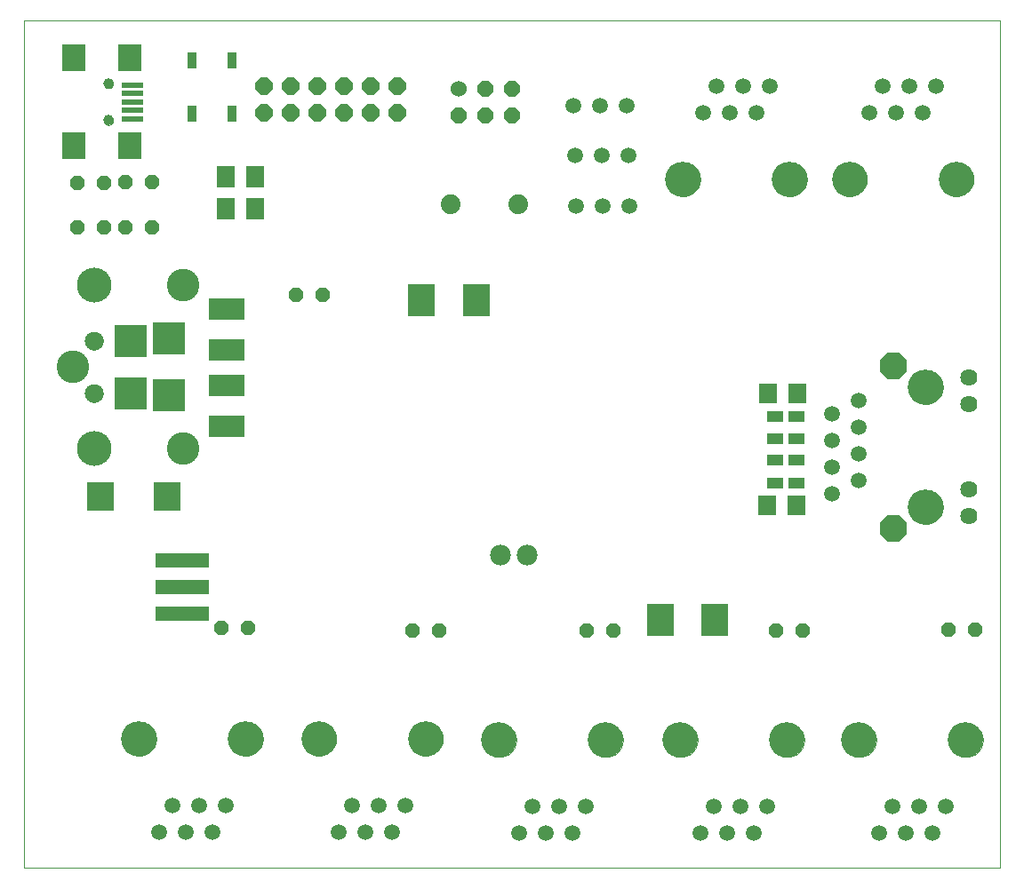
<source format=gbs>
G75*
G70*
%OFA0B0*%
%FSLAX24Y24*%
%IPPOS*%
%LPD*%
%AMOC8*
5,1,8,0,0,1.08239X$1,22.5*
%
%ADD10C,0.0000*%
%ADD11C,0.0594*%
%ADD12C,0.1320*%
%ADD13OC8,0.0560*%
%ADD14R,0.1044X0.1103*%
%ADD15R,0.2040X0.0540*%
%ADD16C,0.1221*%
%ADD17C,0.1306*%
%ADD18R,0.1221X0.1221*%
%ADD19C,0.0709*%
%ADD20R,0.1379X0.0788*%
%ADD21R,0.0670X0.0749*%
%ADD22R,0.0631X0.0434*%
%ADD23C,0.0780*%
%ADD24OC8,0.0640*%
%ADD25C,0.0600*%
%ADD26OC8,0.0600*%
%ADD27C,0.0591*%
%ADD28R,0.0340X0.0640*%
%ADD29R,0.1024X0.1221*%
%ADD30R,0.0906X0.1024*%
%ADD31R,0.0827X0.0237*%
%ADD32C,0.0394*%
%ADD33R,0.0670X0.0827*%
%ADD34OC8,0.1003*%
%ADD35C,0.0640*%
%ADD36C,0.1320*%
%ADD37C,0.0740*%
D10*
X000100Y000100D02*
X000100Y031896D01*
X036670Y031896D01*
X036670Y000100D01*
X000100Y000100D01*
X003760Y004950D02*
X003762Y005000D01*
X003768Y005050D01*
X003778Y005099D01*
X003791Y005148D01*
X003809Y005195D01*
X003830Y005241D01*
X003854Y005284D01*
X003882Y005326D01*
X003913Y005366D01*
X003947Y005403D01*
X003984Y005437D01*
X004024Y005468D01*
X004066Y005496D01*
X004109Y005520D01*
X004155Y005541D01*
X004202Y005559D01*
X004251Y005572D01*
X004300Y005582D01*
X004350Y005588D01*
X004400Y005590D01*
X004450Y005588D01*
X004500Y005582D01*
X004549Y005572D01*
X004598Y005559D01*
X004645Y005541D01*
X004691Y005520D01*
X004734Y005496D01*
X004776Y005468D01*
X004816Y005437D01*
X004853Y005403D01*
X004887Y005366D01*
X004918Y005326D01*
X004946Y005284D01*
X004970Y005241D01*
X004991Y005195D01*
X005009Y005148D01*
X005022Y005099D01*
X005032Y005050D01*
X005038Y005000D01*
X005040Y004950D01*
X005038Y004900D01*
X005032Y004850D01*
X005022Y004801D01*
X005009Y004752D01*
X004991Y004705D01*
X004970Y004659D01*
X004946Y004616D01*
X004918Y004574D01*
X004887Y004534D01*
X004853Y004497D01*
X004816Y004463D01*
X004776Y004432D01*
X004734Y004404D01*
X004691Y004380D01*
X004645Y004359D01*
X004598Y004341D01*
X004549Y004328D01*
X004500Y004318D01*
X004450Y004312D01*
X004400Y004310D01*
X004350Y004312D01*
X004300Y004318D01*
X004251Y004328D01*
X004202Y004341D01*
X004155Y004359D01*
X004109Y004380D01*
X004066Y004404D01*
X004024Y004432D01*
X003984Y004463D01*
X003947Y004497D01*
X003913Y004534D01*
X003882Y004574D01*
X003854Y004616D01*
X003830Y004659D01*
X003809Y004705D01*
X003791Y004752D01*
X003778Y004801D01*
X003768Y004850D01*
X003762Y004900D01*
X003760Y004950D01*
X007760Y004950D02*
X007762Y005000D01*
X007768Y005050D01*
X007778Y005099D01*
X007791Y005148D01*
X007809Y005195D01*
X007830Y005241D01*
X007854Y005284D01*
X007882Y005326D01*
X007913Y005366D01*
X007947Y005403D01*
X007984Y005437D01*
X008024Y005468D01*
X008066Y005496D01*
X008109Y005520D01*
X008155Y005541D01*
X008202Y005559D01*
X008251Y005572D01*
X008300Y005582D01*
X008350Y005588D01*
X008400Y005590D01*
X008450Y005588D01*
X008500Y005582D01*
X008549Y005572D01*
X008598Y005559D01*
X008645Y005541D01*
X008691Y005520D01*
X008734Y005496D01*
X008776Y005468D01*
X008816Y005437D01*
X008853Y005403D01*
X008887Y005366D01*
X008918Y005326D01*
X008946Y005284D01*
X008970Y005241D01*
X008991Y005195D01*
X009009Y005148D01*
X009022Y005099D01*
X009032Y005050D01*
X009038Y005000D01*
X009040Y004950D01*
X009038Y004900D01*
X009032Y004850D01*
X009022Y004801D01*
X009009Y004752D01*
X008991Y004705D01*
X008970Y004659D01*
X008946Y004616D01*
X008918Y004574D01*
X008887Y004534D01*
X008853Y004497D01*
X008816Y004463D01*
X008776Y004432D01*
X008734Y004404D01*
X008691Y004380D01*
X008645Y004359D01*
X008598Y004341D01*
X008549Y004328D01*
X008500Y004318D01*
X008450Y004312D01*
X008400Y004310D01*
X008350Y004312D01*
X008300Y004318D01*
X008251Y004328D01*
X008202Y004341D01*
X008155Y004359D01*
X008109Y004380D01*
X008066Y004404D01*
X008024Y004432D01*
X007984Y004463D01*
X007947Y004497D01*
X007913Y004534D01*
X007882Y004574D01*
X007854Y004616D01*
X007830Y004659D01*
X007809Y004705D01*
X007791Y004752D01*
X007778Y004801D01*
X007768Y004850D01*
X007762Y004900D01*
X007760Y004950D01*
X010510Y004950D02*
X010512Y005000D01*
X010518Y005050D01*
X010528Y005099D01*
X010541Y005148D01*
X010559Y005195D01*
X010580Y005241D01*
X010604Y005284D01*
X010632Y005326D01*
X010663Y005366D01*
X010697Y005403D01*
X010734Y005437D01*
X010774Y005468D01*
X010816Y005496D01*
X010859Y005520D01*
X010905Y005541D01*
X010952Y005559D01*
X011001Y005572D01*
X011050Y005582D01*
X011100Y005588D01*
X011150Y005590D01*
X011200Y005588D01*
X011250Y005582D01*
X011299Y005572D01*
X011348Y005559D01*
X011395Y005541D01*
X011441Y005520D01*
X011484Y005496D01*
X011526Y005468D01*
X011566Y005437D01*
X011603Y005403D01*
X011637Y005366D01*
X011668Y005326D01*
X011696Y005284D01*
X011720Y005241D01*
X011741Y005195D01*
X011759Y005148D01*
X011772Y005099D01*
X011782Y005050D01*
X011788Y005000D01*
X011790Y004950D01*
X011788Y004900D01*
X011782Y004850D01*
X011772Y004801D01*
X011759Y004752D01*
X011741Y004705D01*
X011720Y004659D01*
X011696Y004616D01*
X011668Y004574D01*
X011637Y004534D01*
X011603Y004497D01*
X011566Y004463D01*
X011526Y004432D01*
X011484Y004404D01*
X011441Y004380D01*
X011395Y004359D01*
X011348Y004341D01*
X011299Y004328D01*
X011250Y004318D01*
X011200Y004312D01*
X011150Y004310D01*
X011100Y004312D01*
X011050Y004318D01*
X011001Y004328D01*
X010952Y004341D01*
X010905Y004359D01*
X010859Y004380D01*
X010816Y004404D01*
X010774Y004432D01*
X010734Y004463D01*
X010697Y004497D01*
X010663Y004534D01*
X010632Y004574D01*
X010604Y004616D01*
X010580Y004659D01*
X010559Y004705D01*
X010541Y004752D01*
X010528Y004801D01*
X010518Y004850D01*
X010512Y004900D01*
X010510Y004950D01*
X014510Y004950D02*
X014512Y005000D01*
X014518Y005050D01*
X014528Y005099D01*
X014541Y005148D01*
X014559Y005195D01*
X014580Y005241D01*
X014604Y005284D01*
X014632Y005326D01*
X014663Y005366D01*
X014697Y005403D01*
X014734Y005437D01*
X014774Y005468D01*
X014816Y005496D01*
X014859Y005520D01*
X014905Y005541D01*
X014952Y005559D01*
X015001Y005572D01*
X015050Y005582D01*
X015100Y005588D01*
X015150Y005590D01*
X015200Y005588D01*
X015250Y005582D01*
X015299Y005572D01*
X015348Y005559D01*
X015395Y005541D01*
X015441Y005520D01*
X015484Y005496D01*
X015526Y005468D01*
X015566Y005437D01*
X015603Y005403D01*
X015637Y005366D01*
X015668Y005326D01*
X015696Y005284D01*
X015720Y005241D01*
X015741Y005195D01*
X015759Y005148D01*
X015772Y005099D01*
X015782Y005050D01*
X015788Y005000D01*
X015790Y004950D01*
X015788Y004900D01*
X015782Y004850D01*
X015772Y004801D01*
X015759Y004752D01*
X015741Y004705D01*
X015720Y004659D01*
X015696Y004616D01*
X015668Y004574D01*
X015637Y004534D01*
X015603Y004497D01*
X015566Y004463D01*
X015526Y004432D01*
X015484Y004404D01*
X015441Y004380D01*
X015395Y004359D01*
X015348Y004341D01*
X015299Y004328D01*
X015250Y004318D01*
X015200Y004312D01*
X015150Y004310D01*
X015100Y004312D01*
X015050Y004318D01*
X015001Y004328D01*
X014952Y004341D01*
X014905Y004359D01*
X014859Y004380D01*
X014816Y004404D01*
X014774Y004432D01*
X014734Y004463D01*
X014697Y004497D01*
X014663Y004534D01*
X014632Y004574D01*
X014604Y004616D01*
X014580Y004659D01*
X014559Y004705D01*
X014541Y004752D01*
X014528Y004801D01*
X014518Y004850D01*
X014512Y004900D01*
X014510Y004950D01*
X017260Y004900D02*
X017262Y004950D01*
X017268Y005000D01*
X017278Y005049D01*
X017291Y005098D01*
X017309Y005145D01*
X017330Y005191D01*
X017354Y005234D01*
X017382Y005276D01*
X017413Y005316D01*
X017447Y005353D01*
X017484Y005387D01*
X017524Y005418D01*
X017566Y005446D01*
X017609Y005470D01*
X017655Y005491D01*
X017702Y005509D01*
X017751Y005522D01*
X017800Y005532D01*
X017850Y005538D01*
X017900Y005540D01*
X017950Y005538D01*
X018000Y005532D01*
X018049Y005522D01*
X018098Y005509D01*
X018145Y005491D01*
X018191Y005470D01*
X018234Y005446D01*
X018276Y005418D01*
X018316Y005387D01*
X018353Y005353D01*
X018387Y005316D01*
X018418Y005276D01*
X018446Y005234D01*
X018470Y005191D01*
X018491Y005145D01*
X018509Y005098D01*
X018522Y005049D01*
X018532Y005000D01*
X018538Y004950D01*
X018540Y004900D01*
X018538Y004850D01*
X018532Y004800D01*
X018522Y004751D01*
X018509Y004702D01*
X018491Y004655D01*
X018470Y004609D01*
X018446Y004566D01*
X018418Y004524D01*
X018387Y004484D01*
X018353Y004447D01*
X018316Y004413D01*
X018276Y004382D01*
X018234Y004354D01*
X018191Y004330D01*
X018145Y004309D01*
X018098Y004291D01*
X018049Y004278D01*
X018000Y004268D01*
X017950Y004262D01*
X017900Y004260D01*
X017850Y004262D01*
X017800Y004268D01*
X017751Y004278D01*
X017702Y004291D01*
X017655Y004309D01*
X017609Y004330D01*
X017566Y004354D01*
X017524Y004382D01*
X017484Y004413D01*
X017447Y004447D01*
X017413Y004484D01*
X017382Y004524D01*
X017354Y004566D01*
X017330Y004609D01*
X017309Y004655D01*
X017291Y004702D01*
X017278Y004751D01*
X017268Y004800D01*
X017262Y004850D01*
X017260Y004900D01*
X021260Y004900D02*
X021262Y004950D01*
X021268Y005000D01*
X021278Y005049D01*
X021291Y005098D01*
X021309Y005145D01*
X021330Y005191D01*
X021354Y005234D01*
X021382Y005276D01*
X021413Y005316D01*
X021447Y005353D01*
X021484Y005387D01*
X021524Y005418D01*
X021566Y005446D01*
X021609Y005470D01*
X021655Y005491D01*
X021702Y005509D01*
X021751Y005522D01*
X021800Y005532D01*
X021850Y005538D01*
X021900Y005540D01*
X021950Y005538D01*
X022000Y005532D01*
X022049Y005522D01*
X022098Y005509D01*
X022145Y005491D01*
X022191Y005470D01*
X022234Y005446D01*
X022276Y005418D01*
X022316Y005387D01*
X022353Y005353D01*
X022387Y005316D01*
X022418Y005276D01*
X022446Y005234D01*
X022470Y005191D01*
X022491Y005145D01*
X022509Y005098D01*
X022522Y005049D01*
X022532Y005000D01*
X022538Y004950D01*
X022540Y004900D01*
X022538Y004850D01*
X022532Y004800D01*
X022522Y004751D01*
X022509Y004702D01*
X022491Y004655D01*
X022470Y004609D01*
X022446Y004566D01*
X022418Y004524D01*
X022387Y004484D01*
X022353Y004447D01*
X022316Y004413D01*
X022276Y004382D01*
X022234Y004354D01*
X022191Y004330D01*
X022145Y004309D01*
X022098Y004291D01*
X022049Y004278D01*
X022000Y004268D01*
X021950Y004262D01*
X021900Y004260D01*
X021850Y004262D01*
X021800Y004268D01*
X021751Y004278D01*
X021702Y004291D01*
X021655Y004309D01*
X021609Y004330D01*
X021566Y004354D01*
X021524Y004382D01*
X021484Y004413D01*
X021447Y004447D01*
X021413Y004484D01*
X021382Y004524D01*
X021354Y004566D01*
X021330Y004609D01*
X021309Y004655D01*
X021291Y004702D01*
X021278Y004751D01*
X021268Y004800D01*
X021262Y004850D01*
X021260Y004900D01*
X024060Y004900D02*
X024062Y004950D01*
X024068Y005000D01*
X024078Y005049D01*
X024091Y005098D01*
X024109Y005145D01*
X024130Y005191D01*
X024154Y005234D01*
X024182Y005276D01*
X024213Y005316D01*
X024247Y005353D01*
X024284Y005387D01*
X024324Y005418D01*
X024366Y005446D01*
X024409Y005470D01*
X024455Y005491D01*
X024502Y005509D01*
X024551Y005522D01*
X024600Y005532D01*
X024650Y005538D01*
X024700Y005540D01*
X024750Y005538D01*
X024800Y005532D01*
X024849Y005522D01*
X024898Y005509D01*
X024945Y005491D01*
X024991Y005470D01*
X025034Y005446D01*
X025076Y005418D01*
X025116Y005387D01*
X025153Y005353D01*
X025187Y005316D01*
X025218Y005276D01*
X025246Y005234D01*
X025270Y005191D01*
X025291Y005145D01*
X025309Y005098D01*
X025322Y005049D01*
X025332Y005000D01*
X025338Y004950D01*
X025340Y004900D01*
X025338Y004850D01*
X025332Y004800D01*
X025322Y004751D01*
X025309Y004702D01*
X025291Y004655D01*
X025270Y004609D01*
X025246Y004566D01*
X025218Y004524D01*
X025187Y004484D01*
X025153Y004447D01*
X025116Y004413D01*
X025076Y004382D01*
X025034Y004354D01*
X024991Y004330D01*
X024945Y004309D01*
X024898Y004291D01*
X024849Y004278D01*
X024800Y004268D01*
X024750Y004262D01*
X024700Y004260D01*
X024650Y004262D01*
X024600Y004268D01*
X024551Y004278D01*
X024502Y004291D01*
X024455Y004309D01*
X024409Y004330D01*
X024366Y004354D01*
X024324Y004382D01*
X024284Y004413D01*
X024247Y004447D01*
X024213Y004484D01*
X024182Y004524D01*
X024154Y004566D01*
X024130Y004609D01*
X024109Y004655D01*
X024091Y004702D01*
X024078Y004751D01*
X024068Y004800D01*
X024062Y004850D01*
X024060Y004900D01*
X028060Y004900D02*
X028062Y004950D01*
X028068Y005000D01*
X028078Y005049D01*
X028091Y005098D01*
X028109Y005145D01*
X028130Y005191D01*
X028154Y005234D01*
X028182Y005276D01*
X028213Y005316D01*
X028247Y005353D01*
X028284Y005387D01*
X028324Y005418D01*
X028366Y005446D01*
X028409Y005470D01*
X028455Y005491D01*
X028502Y005509D01*
X028551Y005522D01*
X028600Y005532D01*
X028650Y005538D01*
X028700Y005540D01*
X028750Y005538D01*
X028800Y005532D01*
X028849Y005522D01*
X028898Y005509D01*
X028945Y005491D01*
X028991Y005470D01*
X029034Y005446D01*
X029076Y005418D01*
X029116Y005387D01*
X029153Y005353D01*
X029187Y005316D01*
X029218Y005276D01*
X029246Y005234D01*
X029270Y005191D01*
X029291Y005145D01*
X029309Y005098D01*
X029322Y005049D01*
X029332Y005000D01*
X029338Y004950D01*
X029340Y004900D01*
X029338Y004850D01*
X029332Y004800D01*
X029322Y004751D01*
X029309Y004702D01*
X029291Y004655D01*
X029270Y004609D01*
X029246Y004566D01*
X029218Y004524D01*
X029187Y004484D01*
X029153Y004447D01*
X029116Y004413D01*
X029076Y004382D01*
X029034Y004354D01*
X028991Y004330D01*
X028945Y004309D01*
X028898Y004291D01*
X028849Y004278D01*
X028800Y004268D01*
X028750Y004262D01*
X028700Y004260D01*
X028650Y004262D01*
X028600Y004268D01*
X028551Y004278D01*
X028502Y004291D01*
X028455Y004309D01*
X028409Y004330D01*
X028366Y004354D01*
X028324Y004382D01*
X028284Y004413D01*
X028247Y004447D01*
X028213Y004484D01*
X028182Y004524D01*
X028154Y004566D01*
X028130Y004609D01*
X028109Y004655D01*
X028091Y004702D01*
X028078Y004751D01*
X028068Y004800D01*
X028062Y004850D01*
X028060Y004900D01*
X030760Y004900D02*
X030762Y004950D01*
X030768Y005000D01*
X030778Y005049D01*
X030791Y005098D01*
X030809Y005145D01*
X030830Y005191D01*
X030854Y005234D01*
X030882Y005276D01*
X030913Y005316D01*
X030947Y005353D01*
X030984Y005387D01*
X031024Y005418D01*
X031066Y005446D01*
X031109Y005470D01*
X031155Y005491D01*
X031202Y005509D01*
X031251Y005522D01*
X031300Y005532D01*
X031350Y005538D01*
X031400Y005540D01*
X031450Y005538D01*
X031500Y005532D01*
X031549Y005522D01*
X031598Y005509D01*
X031645Y005491D01*
X031691Y005470D01*
X031734Y005446D01*
X031776Y005418D01*
X031816Y005387D01*
X031853Y005353D01*
X031887Y005316D01*
X031918Y005276D01*
X031946Y005234D01*
X031970Y005191D01*
X031991Y005145D01*
X032009Y005098D01*
X032022Y005049D01*
X032032Y005000D01*
X032038Y004950D01*
X032040Y004900D01*
X032038Y004850D01*
X032032Y004800D01*
X032022Y004751D01*
X032009Y004702D01*
X031991Y004655D01*
X031970Y004609D01*
X031946Y004566D01*
X031918Y004524D01*
X031887Y004484D01*
X031853Y004447D01*
X031816Y004413D01*
X031776Y004382D01*
X031734Y004354D01*
X031691Y004330D01*
X031645Y004309D01*
X031598Y004291D01*
X031549Y004278D01*
X031500Y004268D01*
X031450Y004262D01*
X031400Y004260D01*
X031350Y004262D01*
X031300Y004268D01*
X031251Y004278D01*
X031202Y004291D01*
X031155Y004309D01*
X031109Y004330D01*
X031066Y004354D01*
X031024Y004382D01*
X030984Y004413D01*
X030947Y004447D01*
X030913Y004484D01*
X030882Y004524D01*
X030854Y004566D01*
X030830Y004609D01*
X030809Y004655D01*
X030791Y004702D01*
X030778Y004751D01*
X030768Y004800D01*
X030762Y004850D01*
X030760Y004900D01*
X034760Y004900D02*
X034762Y004950D01*
X034768Y005000D01*
X034778Y005049D01*
X034791Y005098D01*
X034809Y005145D01*
X034830Y005191D01*
X034854Y005234D01*
X034882Y005276D01*
X034913Y005316D01*
X034947Y005353D01*
X034984Y005387D01*
X035024Y005418D01*
X035066Y005446D01*
X035109Y005470D01*
X035155Y005491D01*
X035202Y005509D01*
X035251Y005522D01*
X035300Y005532D01*
X035350Y005538D01*
X035400Y005540D01*
X035450Y005538D01*
X035500Y005532D01*
X035549Y005522D01*
X035598Y005509D01*
X035645Y005491D01*
X035691Y005470D01*
X035734Y005446D01*
X035776Y005418D01*
X035816Y005387D01*
X035853Y005353D01*
X035887Y005316D01*
X035918Y005276D01*
X035946Y005234D01*
X035970Y005191D01*
X035991Y005145D01*
X036009Y005098D01*
X036022Y005049D01*
X036032Y005000D01*
X036038Y004950D01*
X036040Y004900D01*
X036038Y004850D01*
X036032Y004800D01*
X036022Y004751D01*
X036009Y004702D01*
X035991Y004655D01*
X035970Y004609D01*
X035946Y004566D01*
X035918Y004524D01*
X035887Y004484D01*
X035853Y004447D01*
X035816Y004413D01*
X035776Y004382D01*
X035734Y004354D01*
X035691Y004330D01*
X035645Y004309D01*
X035598Y004291D01*
X035549Y004278D01*
X035500Y004268D01*
X035450Y004262D01*
X035400Y004260D01*
X035350Y004262D01*
X035300Y004268D01*
X035251Y004278D01*
X035202Y004291D01*
X035155Y004309D01*
X035109Y004330D01*
X035066Y004354D01*
X035024Y004382D01*
X034984Y004413D01*
X034947Y004447D01*
X034913Y004484D01*
X034882Y004524D01*
X034854Y004566D01*
X034830Y004609D01*
X034809Y004655D01*
X034791Y004702D01*
X034778Y004751D01*
X034768Y004800D01*
X034762Y004850D01*
X034760Y004900D01*
X033260Y013650D02*
X033262Y013700D01*
X033268Y013750D01*
X033278Y013799D01*
X033291Y013848D01*
X033309Y013895D01*
X033330Y013941D01*
X033354Y013984D01*
X033382Y014026D01*
X033413Y014066D01*
X033447Y014103D01*
X033484Y014137D01*
X033524Y014168D01*
X033566Y014196D01*
X033609Y014220D01*
X033655Y014241D01*
X033702Y014259D01*
X033751Y014272D01*
X033800Y014282D01*
X033850Y014288D01*
X033900Y014290D01*
X033950Y014288D01*
X034000Y014282D01*
X034049Y014272D01*
X034098Y014259D01*
X034145Y014241D01*
X034191Y014220D01*
X034234Y014196D01*
X034276Y014168D01*
X034316Y014137D01*
X034353Y014103D01*
X034387Y014066D01*
X034418Y014026D01*
X034446Y013984D01*
X034470Y013941D01*
X034491Y013895D01*
X034509Y013848D01*
X034522Y013799D01*
X034532Y013750D01*
X034538Y013700D01*
X034540Y013650D01*
X034538Y013600D01*
X034532Y013550D01*
X034522Y013501D01*
X034509Y013452D01*
X034491Y013405D01*
X034470Y013359D01*
X034446Y013316D01*
X034418Y013274D01*
X034387Y013234D01*
X034353Y013197D01*
X034316Y013163D01*
X034276Y013132D01*
X034234Y013104D01*
X034191Y013080D01*
X034145Y013059D01*
X034098Y013041D01*
X034049Y013028D01*
X034000Y013018D01*
X033950Y013012D01*
X033900Y013010D01*
X033850Y013012D01*
X033800Y013018D01*
X033751Y013028D01*
X033702Y013041D01*
X033655Y013059D01*
X033609Y013080D01*
X033566Y013104D01*
X033524Y013132D01*
X033484Y013163D01*
X033447Y013197D01*
X033413Y013234D01*
X033382Y013274D01*
X033354Y013316D01*
X033330Y013359D01*
X033309Y013405D01*
X033291Y013452D01*
X033278Y013501D01*
X033268Y013550D01*
X033262Y013600D01*
X033260Y013650D01*
X033260Y018150D02*
X033262Y018200D01*
X033268Y018250D01*
X033278Y018299D01*
X033291Y018348D01*
X033309Y018395D01*
X033330Y018441D01*
X033354Y018484D01*
X033382Y018526D01*
X033413Y018566D01*
X033447Y018603D01*
X033484Y018637D01*
X033524Y018668D01*
X033566Y018696D01*
X033609Y018720D01*
X033655Y018741D01*
X033702Y018759D01*
X033751Y018772D01*
X033800Y018782D01*
X033850Y018788D01*
X033900Y018790D01*
X033950Y018788D01*
X034000Y018782D01*
X034049Y018772D01*
X034098Y018759D01*
X034145Y018741D01*
X034191Y018720D01*
X034234Y018696D01*
X034276Y018668D01*
X034316Y018637D01*
X034353Y018603D01*
X034387Y018566D01*
X034418Y018526D01*
X034446Y018484D01*
X034470Y018441D01*
X034491Y018395D01*
X034509Y018348D01*
X034522Y018299D01*
X034532Y018250D01*
X034538Y018200D01*
X034540Y018150D01*
X034538Y018100D01*
X034532Y018050D01*
X034522Y018001D01*
X034509Y017952D01*
X034491Y017905D01*
X034470Y017859D01*
X034446Y017816D01*
X034418Y017774D01*
X034387Y017734D01*
X034353Y017697D01*
X034316Y017663D01*
X034276Y017632D01*
X034234Y017604D01*
X034191Y017580D01*
X034145Y017559D01*
X034098Y017541D01*
X034049Y017528D01*
X034000Y017518D01*
X033950Y017512D01*
X033900Y017510D01*
X033850Y017512D01*
X033800Y017518D01*
X033751Y017528D01*
X033702Y017541D01*
X033655Y017559D01*
X033609Y017580D01*
X033566Y017604D01*
X033524Y017632D01*
X033484Y017663D01*
X033447Y017697D01*
X033413Y017734D01*
X033382Y017774D01*
X033354Y017816D01*
X033330Y017859D01*
X033309Y017905D01*
X033291Y017952D01*
X033278Y018001D01*
X033268Y018050D01*
X033262Y018100D01*
X033260Y018150D01*
X034410Y025950D02*
X034412Y026000D01*
X034418Y026050D01*
X034428Y026099D01*
X034441Y026148D01*
X034459Y026195D01*
X034480Y026241D01*
X034504Y026284D01*
X034532Y026326D01*
X034563Y026366D01*
X034597Y026403D01*
X034634Y026437D01*
X034674Y026468D01*
X034716Y026496D01*
X034759Y026520D01*
X034805Y026541D01*
X034852Y026559D01*
X034901Y026572D01*
X034950Y026582D01*
X035000Y026588D01*
X035050Y026590D01*
X035100Y026588D01*
X035150Y026582D01*
X035199Y026572D01*
X035248Y026559D01*
X035295Y026541D01*
X035341Y026520D01*
X035384Y026496D01*
X035426Y026468D01*
X035466Y026437D01*
X035503Y026403D01*
X035537Y026366D01*
X035568Y026326D01*
X035596Y026284D01*
X035620Y026241D01*
X035641Y026195D01*
X035659Y026148D01*
X035672Y026099D01*
X035682Y026050D01*
X035688Y026000D01*
X035690Y025950D01*
X035688Y025900D01*
X035682Y025850D01*
X035672Y025801D01*
X035659Y025752D01*
X035641Y025705D01*
X035620Y025659D01*
X035596Y025616D01*
X035568Y025574D01*
X035537Y025534D01*
X035503Y025497D01*
X035466Y025463D01*
X035426Y025432D01*
X035384Y025404D01*
X035341Y025380D01*
X035295Y025359D01*
X035248Y025341D01*
X035199Y025328D01*
X035150Y025318D01*
X035100Y025312D01*
X035050Y025310D01*
X035000Y025312D01*
X034950Y025318D01*
X034901Y025328D01*
X034852Y025341D01*
X034805Y025359D01*
X034759Y025380D01*
X034716Y025404D01*
X034674Y025432D01*
X034634Y025463D01*
X034597Y025497D01*
X034563Y025534D01*
X034532Y025574D01*
X034504Y025616D01*
X034480Y025659D01*
X034459Y025705D01*
X034441Y025752D01*
X034428Y025801D01*
X034418Y025850D01*
X034412Y025900D01*
X034410Y025950D01*
X030410Y025950D02*
X030412Y026000D01*
X030418Y026050D01*
X030428Y026099D01*
X030441Y026148D01*
X030459Y026195D01*
X030480Y026241D01*
X030504Y026284D01*
X030532Y026326D01*
X030563Y026366D01*
X030597Y026403D01*
X030634Y026437D01*
X030674Y026468D01*
X030716Y026496D01*
X030759Y026520D01*
X030805Y026541D01*
X030852Y026559D01*
X030901Y026572D01*
X030950Y026582D01*
X031000Y026588D01*
X031050Y026590D01*
X031100Y026588D01*
X031150Y026582D01*
X031199Y026572D01*
X031248Y026559D01*
X031295Y026541D01*
X031341Y026520D01*
X031384Y026496D01*
X031426Y026468D01*
X031466Y026437D01*
X031503Y026403D01*
X031537Y026366D01*
X031568Y026326D01*
X031596Y026284D01*
X031620Y026241D01*
X031641Y026195D01*
X031659Y026148D01*
X031672Y026099D01*
X031682Y026050D01*
X031688Y026000D01*
X031690Y025950D01*
X031688Y025900D01*
X031682Y025850D01*
X031672Y025801D01*
X031659Y025752D01*
X031641Y025705D01*
X031620Y025659D01*
X031596Y025616D01*
X031568Y025574D01*
X031537Y025534D01*
X031503Y025497D01*
X031466Y025463D01*
X031426Y025432D01*
X031384Y025404D01*
X031341Y025380D01*
X031295Y025359D01*
X031248Y025341D01*
X031199Y025328D01*
X031150Y025318D01*
X031100Y025312D01*
X031050Y025310D01*
X031000Y025312D01*
X030950Y025318D01*
X030901Y025328D01*
X030852Y025341D01*
X030805Y025359D01*
X030759Y025380D01*
X030716Y025404D01*
X030674Y025432D01*
X030634Y025463D01*
X030597Y025497D01*
X030563Y025534D01*
X030532Y025574D01*
X030504Y025616D01*
X030480Y025659D01*
X030459Y025705D01*
X030441Y025752D01*
X030428Y025801D01*
X030418Y025850D01*
X030412Y025900D01*
X030410Y025950D01*
X028160Y025950D02*
X028162Y026000D01*
X028168Y026050D01*
X028178Y026099D01*
X028191Y026148D01*
X028209Y026195D01*
X028230Y026241D01*
X028254Y026284D01*
X028282Y026326D01*
X028313Y026366D01*
X028347Y026403D01*
X028384Y026437D01*
X028424Y026468D01*
X028466Y026496D01*
X028509Y026520D01*
X028555Y026541D01*
X028602Y026559D01*
X028651Y026572D01*
X028700Y026582D01*
X028750Y026588D01*
X028800Y026590D01*
X028850Y026588D01*
X028900Y026582D01*
X028949Y026572D01*
X028998Y026559D01*
X029045Y026541D01*
X029091Y026520D01*
X029134Y026496D01*
X029176Y026468D01*
X029216Y026437D01*
X029253Y026403D01*
X029287Y026366D01*
X029318Y026326D01*
X029346Y026284D01*
X029370Y026241D01*
X029391Y026195D01*
X029409Y026148D01*
X029422Y026099D01*
X029432Y026050D01*
X029438Y026000D01*
X029440Y025950D01*
X029438Y025900D01*
X029432Y025850D01*
X029422Y025801D01*
X029409Y025752D01*
X029391Y025705D01*
X029370Y025659D01*
X029346Y025616D01*
X029318Y025574D01*
X029287Y025534D01*
X029253Y025497D01*
X029216Y025463D01*
X029176Y025432D01*
X029134Y025404D01*
X029091Y025380D01*
X029045Y025359D01*
X028998Y025341D01*
X028949Y025328D01*
X028900Y025318D01*
X028850Y025312D01*
X028800Y025310D01*
X028750Y025312D01*
X028700Y025318D01*
X028651Y025328D01*
X028602Y025341D01*
X028555Y025359D01*
X028509Y025380D01*
X028466Y025404D01*
X028424Y025432D01*
X028384Y025463D01*
X028347Y025497D01*
X028313Y025534D01*
X028282Y025574D01*
X028254Y025616D01*
X028230Y025659D01*
X028209Y025705D01*
X028191Y025752D01*
X028178Y025801D01*
X028168Y025850D01*
X028162Y025900D01*
X028160Y025950D01*
X024160Y025950D02*
X024162Y026000D01*
X024168Y026050D01*
X024178Y026099D01*
X024191Y026148D01*
X024209Y026195D01*
X024230Y026241D01*
X024254Y026284D01*
X024282Y026326D01*
X024313Y026366D01*
X024347Y026403D01*
X024384Y026437D01*
X024424Y026468D01*
X024466Y026496D01*
X024509Y026520D01*
X024555Y026541D01*
X024602Y026559D01*
X024651Y026572D01*
X024700Y026582D01*
X024750Y026588D01*
X024800Y026590D01*
X024850Y026588D01*
X024900Y026582D01*
X024949Y026572D01*
X024998Y026559D01*
X025045Y026541D01*
X025091Y026520D01*
X025134Y026496D01*
X025176Y026468D01*
X025216Y026437D01*
X025253Y026403D01*
X025287Y026366D01*
X025318Y026326D01*
X025346Y026284D01*
X025370Y026241D01*
X025391Y026195D01*
X025409Y026148D01*
X025422Y026099D01*
X025432Y026050D01*
X025438Y026000D01*
X025440Y025950D01*
X025438Y025900D01*
X025432Y025850D01*
X025422Y025801D01*
X025409Y025752D01*
X025391Y025705D01*
X025370Y025659D01*
X025346Y025616D01*
X025318Y025574D01*
X025287Y025534D01*
X025253Y025497D01*
X025216Y025463D01*
X025176Y025432D01*
X025134Y025404D01*
X025091Y025380D01*
X025045Y025359D01*
X024998Y025341D01*
X024949Y025328D01*
X024900Y025318D01*
X024850Y025312D01*
X024800Y025310D01*
X024750Y025312D01*
X024700Y025318D01*
X024651Y025328D01*
X024602Y025341D01*
X024555Y025359D01*
X024509Y025380D01*
X024466Y025404D01*
X024424Y025432D01*
X024384Y025463D01*
X024347Y025497D01*
X024313Y025534D01*
X024282Y025574D01*
X024254Y025616D01*
X024230Y025659D01*
X024209Y025705D01*
X024191Y025752D01*
X024178Y025801D01*
X024168Y025850D01*
X024162Y025900D01*
X024160Y025950D01*
X003073Y028161D02*
X003075Y028187D01*
X003081Y028213D01*
X003091Y028238D01*
X003104Y028261D01*
X003120Y028281D01*
X003140Y028299D01*
X003162Y028314D01*
X003185Y028326D01*
X003211Y028334D01*
X003237Y028338D01*
X003263Y028338D01*
X003289Y028334D01*
X003315Y028326D01*
X003339Y028314D01*
X003360Y028299D01*
X003380Y028281D01*
X003396Y028261D01*
X003409Y028238D01*
X003419Y028213D01*
X003425Y028187D01*
X003427Y028161D01*
X003425Y028135D01*
X003419Y028109D01*
X003409Y028084D01*
X003396Y028061D01*
X003380Y028041D01*
X003360Y028023D01*
X003338Y028008D01*
X003315Y027996D01*
X003289Y027988D01*
X003263Y027984D01*
X003237Y027984D01*
X003211Y027988D01*
X003185Y027996D01*
X003161Y028008D01*
X003140Y028023D01*
X003120Y028041D01*
X003104Y028061D01*
X003091Y028084D01*
X003081Y028109D01*
X003075Y028135D01*
X003073Y028161D01*
X003073Y029539D02*
X003075Y029565D01*
X003081Y029591D01*
X003091Y029616D01*
X003104Y029639D01*
X003120Y029659D01*
X003140Y029677D01*
X003162Y029692D01*
X003185Y029704D01*
X003211Y029712D01*
X003237Y029716D01*
X003263Y029716D01*
X003289Y029712D01*
X003315Y029704D01*
X003339Y029692D01*
X003360Y029677D01*
X003380Y029659D01*
X003396Y029639D01*
X003409Y029616D01*
X003419Y029591D01*
X003425Y029565D01*
X003427Y029539D01*
X003425Y029513D01*
X003419Y029487D01*
X003409Y029462D01*
X003396Y029439D01*
X003380Y029419D01*
X003360Y029401D01*
X003338Y029386D01*
X003315Y029374D01*
X003289Y029366D01*
X003263Y029362D01*
X003237Y029362D01*
X003211Y029366D01*
X003185Y029374D01*
X003161Y029386D01*
X003140Y029401D01*
X003120Y029419D01*
X003104Y029439D01*
X003091Y029462D01*
X003081Y029487D01*
X003075Y029513D01*
X003073Y029539D01*
X002369Y019884D02*
X002371Y019920D01*
X002377Y019956D01*
X002387Y019991D01*
X002400Y020025D01*
X002417Y020057D01*
X002437Y020087D01*
X002461Y020114D01*
X002487Y020139D01*
X002516Y020161D01*
X002547Y020180D01*
X002580Y020195D01*
X002614Y020207D01*
X002650Y020215D01*
X002686Y020219D01*
X002722Y020219D01*
X002758Y020215D01*
X002794Y020207D01*
X002828Y020195D01*
X002861Y020180D01*
X002892Y020161D01*
X002921Y020139D01*
X002947Y020114D01*
X002971Y020087D01*
X002991Y020057D01*
X003008Y020025D01*
X003021Y019991D01*
X003031Y019956D01*
X003037Y019920D01*
X003039Y019884D01*
X003037Y019848D01*
X003031Y019812D01*
X003021Y019777D01*
X003008Y019743D01*
X002991Y019711D01*
X002971Y019681D01*
X002947Y019654D01*
X002921Y019629D01*
X002892Y019607D01*
X002861Y019588D01*
X002828Y019573D01*
X002794Y019561D01*
X002758Y019553D01*
X002722Y019549D01*
X002686Y019549D01*
X002650Y019553D01*
X002614Y019561D01*
X002580Y019573D01*
X002547Y019588D01*
X002516Y019607D01*
X002487Y019629D01*
X002461Y019654D01*
X002437Y019681D01*
X002417Y019711D01*
X002400Y019743D01*
X002387Y019777D01*
X002377Y019812D01*
X002371Y019848D01*
X002369Y019884D01*
X002369Y017916D02*
X002371Y017952D01*
X002377Y017988D01*
X002387Y018023D01*
X002400Y018057D01*
X002417Y018089D01*
X002437Y018119D01*
X002461Y018146D01*
X002487Y018171D01*
X002516Y018193D01*
X002547Y018212D01*
X002580Y018227D01*
X002614Y018239D01*
X002650Y018247D01*
X002686Y018251D01*
X002722Y018251D01*
X002758Y018247D01*
X002794Y018239D01*
X002828Y018227D01*
X002861Y018212D01*
X002892Y018193D01*
X002921Y018171D01*
X002947Y018146D01*
X002971Y018119D01*
X002991Y018089D01*
X003008Y018057D01*
X003021Y018023D01*
X003031Y017988D01*
X003037Y017952D01*
X003039Y017916D01*
X003037Y017880D01*
X003031Y017844D01*
X003021Y017809D01*
X003008Y017775D01*
X002991Y017743D01*
X002971Y017713D01*
X002947Y017686D01*
X002921Y017661D01*
X002892Y017639D01*
X002861Y017620D01*
X002828Y017605D01*
X002794Y017593D01*
X002758Y017585D01*
X002722Y017581D01*
X002686Y017581D01*
X002650Y017585D01*
X002614Y017593D01*
X002580Y017605D01*
X002547Y017620D01*
X002516Y017639D01*
X002487Y017661D01*
X002461Y017686D01*
X002437Y017713D01*
X002417Y017743D01*
X002400Y017775D01*
X002387Y017809D01*
X002377Y017844D01*
X002371Y017880D01*
X002369Y017916D01*
D11*
X005650Y002450D03*
X006650Y002450D03*
X007650Y002450D03*
X007150Y001450D03*
X006150Y001450D03*
X005150Y001450D03*
X011900Y001450D03*
X012900Y001450D03*
X013900Y001450D03*
X013400Y002450D03*
X014400Y002450D03*
X012400Y002450D03*
X018650Y001400D03*
X019650Y001400D03*
X020650Y001400D03*
X020150Y002400D03*
X021150Y002400D03*
X019150Y002400D03*
X025450Y001400D03*
X026450Y001400D03*
X027450Y001400D03*
X026950Y002400D03*
X025950Y002400D03*
X027950Y002400D03*
X032150Y001400D03*
X033150Y001400D03*
X034150Y001400D03*
X033650Y002400D03*
X032650Y002400D03*
X034650Y002400D03*
X030400Y014150D03*
X031400Y014650D03*
X030400Y015150D03*
X031400Y015650D03*
X030400Y016150D03*
X031400Y016650D03*
X030400Y017150D03*
X031400Y017650D03*
X031800Y028450D03*
X032800Y028450D03*
X033800Y028450D03*
X033300Y029450D03*
X032300Y029450D03*
X034300Y029450D03*
X028050Y029450D03*
X027050Y029450D03*
X026050Y029450D03*
X025550Y028450D03*
X026550Y028450D03*
X027550Y028450D03*
D12*
X028800Y025950D03*
X031050Y025950D03*
X035050Y025950D03*
X024800Y025950D03*
X024700Y004900D03*
X021900Y004900D03*
X017900Y004900D03*
X015150Y004950D03*
X011150Y004950D03*
X008400Y004950D03*
X004400Y004950D03*
X028700Y004900D03*
X031400Y004900D03*
X035400Y004900D03*
D13*
X035750Y009050D03*
X034750Y009050D03*
X029300Y009000D03*
X028300Y009000D03*
X022200Y009000D03*
X021200Y009000D03*
X015650Y009000D03*
X014650Y009000D03*
X008500Y009100D03*
X007500Y009100D03*
X010300Y021600D03*
X011300Y021600D03*
X004900Y024150D03*
X003900Y024150D03*
X003100Y024150D03*
X002100Y024150D03*
X002100Y025800D03*
X003100Y025800D03*
X003900Y025850D03*
X004900Y025850D03*
D14*
X005448Y014050D03*
X002952Y014050D03*
D15*
X006025Y011650D03*
X006025Y010650D03*
X006025Y009650D03*
D16*
X006050Y015829D03*
X001916Y018900D03*
X006050Y021971D03*
D17*
X002704Y021971D03*
X002704Y015829D03*
D18*
X004081Y017916D03*
X005519Y017837D03*
X005519Y019963D03*
X004081Y019884D03*
D19*
X002704Y019884D03*
X002704Y017916D03*
D20*
X007700Y018218D03*
X007700Y016682D03*
X007700Y019532D03*
X007700Y021068D03*
D21*
X027999Y017900D03*
X029101Y017900D03*
X029051Y013700D03*
X027949Y013700D03*
D22*
X028236Y014550D03*
X029064Y014550D03*
X029064Y015400D03*
X029064Y016200D03*
X028236Y016200D03*
X028236Y015400D03*
X028236Y017050D03*
X029064Y017050D03*
D23*
X018950Y011850D03*
X017950Y011850D03*
D24*
X014100Y028450D03*
X013100Y028450D03*
X012100Y028450D03*
X011100Y028450D03*
X010100Y028450D03*
X009100Y028450D03*
X009100Y029450D03*
X010100Y029450D03*
X011100Y029450D03*
X012100Y029450D03*
X013100Y029450D03*
X014100Y029450D03*
D25*
X016400Y029350D03*
D26*
X016400Y028350D03*
X017400Y028350D03*
X018400Y028350D03*
X018400Y029350D03*
X017400Y029350D03*
D27*
X020700Y028700D03*
X021700Y028700D03*
X022700Y028700D03*
X022750Y026850D03*
X021750Y026850D03*
X020750Y026850D03*
X020800Y024950D03*
X021800Y024950D03*
X022800Y024950D03*
D28*
X007900Y028400D03*
X006400Y028400D03*
X006400Y030400D03*
X007900Y030400D03*
D29*
X015001Y021400D03*
X017060Y021400D03*
X023940Y009400D03*
X025999Y009400D03*
D30*
X004037Y027196D03*
X001951Y027196D03*
X001951Y030504D03*
X004037Y030504D03*
D31*
X004136Y029480D03*
X004136Y029165D03*
X004136Y028850D03*
X004136Y028535D03*
X004136Y028220D03*
D32*
X003250Y028161D03*
X003250Y029539D03*
D33*
X007649Y026050D03*
X008751Y026050D03*
X008751Y024850D03*
X007649Y024850D03*
D34*
X032699Y018949D03*
X032699Y012851D03*
D35*
X035506Y013292D03*
X035506Y014292D03*
X035506Y017508D03*
X035506Y018508D03*
D36*
X033900Y018150D03*
X033900Y013650D03*
D37*
X018630Y025000D03*
X016070Y025000D03*
M02*

</source>
